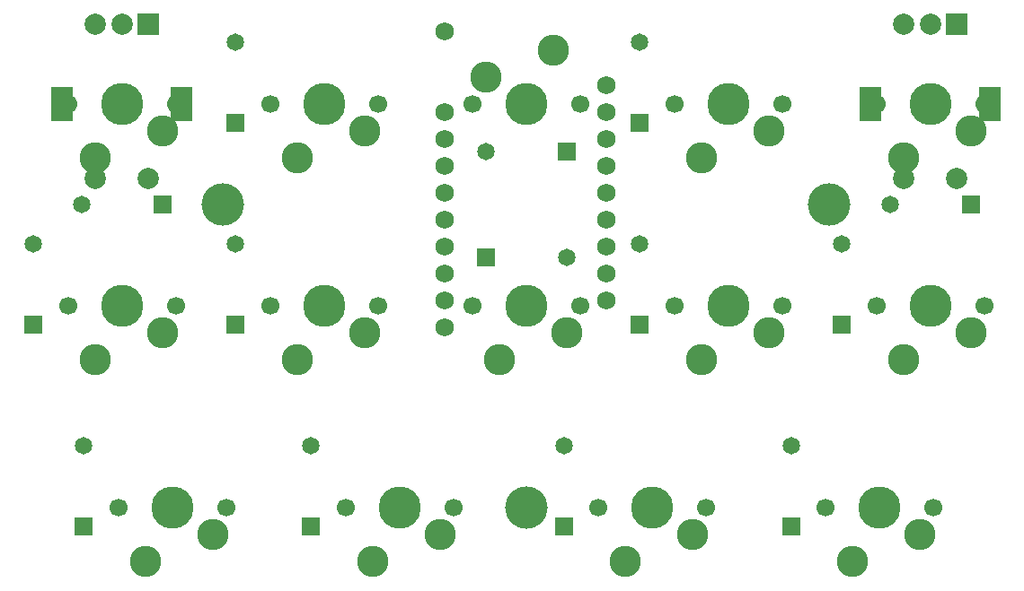
<source format=gts>
%TF.GenerationSoftware,KiCad,Pcbnew,(5.1.10)-1*%
%TF.CreationDate,2021-10-22T01:43:44-05:00*%
%TF.ProjectId,qwahtrohio,71776168-7472-46f6-9869-6f2e6b696361,rev?*%
%TF.SameCoordinates,Original*%
%TF.FileFunction,Soldermask,Top*%
%TF.FilePolarity,Negative*%
%FSLAX46Y46*%
G04 Gerber Fmt 4.6, Leading zero omitted, Abs format (unit mm)*
G04 Created by KiCad (PCBNEW (5.1.10)-1) date 2021-10-22 01:43:44*
%MOMM*%
%LPD*%
G01*
G04 APERTURE LIST*
%ADD10C,1.752600*%
%ADD11R,2.000000X2.000000*%
%ADD12C,2.000000*%
%ADD13R,2.000000X3.200000*%
%ADD14C,1.700000*%
%ADD15C,2.950000*%
%ADD16C,3.980180*%
%ADD17C,4.000000*%
%ADD18R,1.651000X1.651000*%
%ADD19C,1.651000*%
G04 APERTURE END LIST*
D10*
X163082500Y-81935000D03*
X163082500Y-84475000D03*
X163082500Y-87015000D03*
X163082500Y-89555000D03*
X163082500Y-92095000D03*
X163082500Y-94635000D03*
X163082500Y-97175000D03*
X163082500Y-99715000D03*
X163082500Y-102255000D03*
X147842500Y-104795000D03*
X147842500Y-102255000D03*
X147842500Y-99715000D03*
X147842500Y-97175000D03*
X147842500Y-94635000D03*
X147842500Y-92095000D03*
X147842500Y-89555000D03*
X147842500Y-87015000D03*
X147842500Y-84475000D03*
X147842500Y-76855000D03*
D11*
X119900000Y-76200000D03*
D12*
X117400000Y-76200000D03*
X114900000Y-76200000D03*
D13*
X123000000Y-83700000D03*
X111800000Y-83700000D03*
D12*
X119900000Y-90700000D03*
X114900000Y-90700000D03*
D14*
X148673750Y-121800000D03*
X138513750Y-121800000D03*
D15*
X147403750Y-124340000D03*
X141053750Y-126880000D03*
D16*
X143593750Y-121800000D03*
D14*
X172486250Y-121800000D03*
X162326250Y-121800000D03*
D15*
X171216250Y-124340000D03*
X164866250Y-126880000D03*
D16*
X167406250Y-121800000D03*
D11*
X196100000Y-76200000D03*
D12*
X193600000Y-76200000D03*
X191100000Y-76200000D03*
D13*
X199200000Y-83700000D03*
X188000000Y-83700000D03*
D12*
X196100000Y-90700000D03*
X191100000Y-90700000D03*
D16*
X193600000Y-83700000D03*
D15*
X191060000Y-88780000D03*
X197410000Y-86240000D03*
D14*
X188520000Y-83700000D03*
X198680000Y-83700000D03*
D16*
X188837500Y-121800000D03*
D15*
X186297500Y-126880000D03*
X192647500Y-124340000D03*
D14*
X183757500Y-121800000D03*
X193917500Y-121800000D03*
D16*
X193600000Y-102750000D03*
D15*
X191060000Y-107830000D03*
X197410000Y-105290000D03*
D14*
X188520000Y-102750000D03*
X198680000Y-102750000D03*
D16*
X174550000Y-102750000D03*
D15*
X172010000Y-107830000D03*
X178360000Y-105290000D03*
D14*
X169470000Y-102750000D03*
X179630000Y-102750000D03*
D16*
X174550000Y-83700000D03*
D15*
X172010000Y-88780000D03*
X178360000Y-86240000D03*
D14*
X169470000Y-83700000D03*
X179630000Y-83700000D03*
D16*
X155500000Y-102750000D03*
D15*
X152960000Y-107830000D03*
X159310000Y-105290000D03*
D14*
X150420000Y-102750000D03*
X160580000Y-102750000D03*
D16*
X155500000Y-83700000D03*
D15*
X158040000Y-78620000D03*
X151690000Y-81160000D03*
D14*
X160580000Y-83700000D03*
X150420000Y-83700000D03*
D16*
X136450000Y-102750000D03*
D15*
X133910000Y-107830000D03*
X140260000Y-105290000D03*
D14*
X131370000Y-102750000D03*
X141530000Y-102750000D03*
D16*
X136450000Y-83700000D03*
D15*
X133910000Y-88780000D03*
X140260000Y-86240000D03*
D14*
X131370000Y-83700000D03*
X141530000Y-83700000D03*
D16*
X122162500Y-121800000D03*
D15*
X119622500Y-126880000D03*
X125972500Y-124340000D03*
D14*
X117082500Y-121800000D03*
X127242500Y-121800000D03*
D16*
X117400000Y-102750000D03*
D15*
X114860000Y-107830000D03*
X121210000Y-105290000D03*
D14*
X112320000Y-102750000D03*
X122480000Y-102750000D03*
D16*
X117400000Y-83700000D03*
D15*
X114860000Y-88780000D03*
X121210000Y-86240000D03*
D14*
X112320000Y-83700000D03*
X122480000Y-83700000D03*
D17*
X126925000Y-93225000D03*
X155500000Y-121800000D03*
X184075000Y-93225000D03*
D18*
X180487500Y-123610000D03*
D19*
X180487500Y-115990000D03*
D18*
X185250000Y-104560000D03*
D19*
X185250000Y-96940000D03*
D18*
X197410000Y-93225000D03*
D19*
X189790000Y-93225000D03*
D18*
X159056250Y-123610000D03*
D19*
X159056250Y-115990000D03*
D18*
X166200000Y-104560000D03*
D19*
X166200000Y-96940000D03*
D18*
X166200000Y-85510000D03*
D19*
X166200000Y-77890000D03*
D18*
X151690000Y-98225000D03*
D19*
X159310000Y-98225000D03*
D18*
X159310000Y-88225000D03*
D19*
X151690000Y-88225000D03*
D18*
X135243750Y-123610000D03*
D19*
X135243750Y-115990000D03*
D18*
X128100000Y-104560000D03*
D19*
X128100000Y-96940000D03*
D18*
X128100000Y-85510000D03*
D19*
X128100000Y-77890000D03*
D18*
X113812500Y-123610000D03*
D19*
X113812500Y-115990000D03*
D18*
X109050000Y-104560000D03*
D19*
X109050000Y-96940000D03*
D18*
X121210000Y-93225000D03*
D19*
X113590000Y-93225000D03*
M02*

</source>
